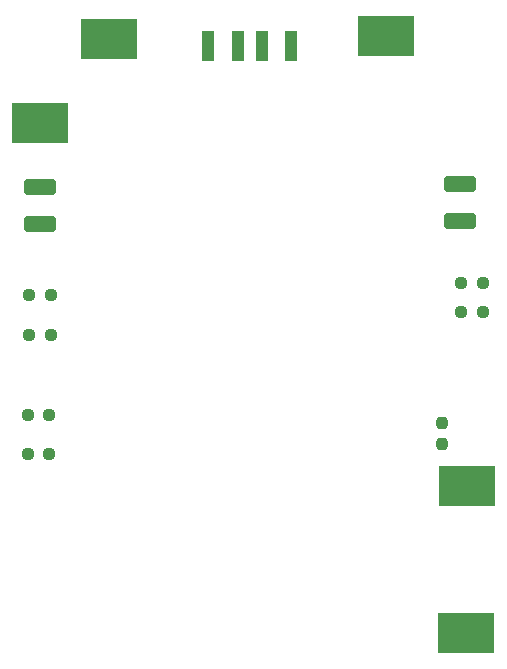
<source format=gtp>
%TF.GenerationSoftware,KiCad,Pcbnew,7.0.6*%
%TF.CreationDate,2024-09-24T20:19:06-04:00*%
%TF.ProjectId,ESP32_Temp_Humidity,45535033-325f-4546-956d-705f48756d69,rev?*%
%TF.SameCoordinates,Original*%
%TF.FileFunction,Paste,Top*%
%TF.FilePolarity,Positive*%
%FSLAX46Y46*%
G04 Gerber Fmt 4.6, Leading zero omitted, Abs format (unit mm)*
G04 Created by KiCad (PCBNEW 7.0.6) date 2024-09-24 20:19:06*
%MOMM*%
%LPD*%
G01*
G04 APERTURE LIST*
G04 Aperture macros list*
%AMRoundRect*
0 Rectangle with rounded corners*
0 $1 Rounding radius*
0 $2 $3 $4 $5 $6 $7 $8 $9 X,Y pos of 4 corners*
0 Add a 4 corners polygon primitive as box body*
4,1,4,$2,$3,$4,$5,$6,$7,$8,$9,$2,$3,0*
0 Add four circle primitives for the rounded corners*
1,1,$1+$1,$2,$3*
1,1,$1+$1,$4,$5*
1,1,$1+$1,$6,$7*
1,1,$1+$1,$8,$9*
0 Add four rect primitives between the rounded corners*
20,1,$1+$1,$2,$3,$4,$5,0*
20,1,$1+$1,$4,$5,$6,$7,0*
20,1,$1+$1,$6,$7,$8,$9,0*
20,1,$1+$1,$8,$9,$2,$3,0*%
G04 Aperture macros list end*
%ADD10R,4.699000X3.429000*%
%ADD11R,1.100000X2.500000*%
%ADD12RoundRect,0.237500X-0.250000X-0.237500X0.250000X-0.237500X0.250000X0.237500X-0.250000X0.237500X0*%
%ADD13RoundRect,0.237500X-0.237500X0.250000X-0.237500X-0.250000X0.237500X-0.250000X0.237500X0.250000X0*%
%ADD14RoundRect,0.250000X-1.100000X0.412500X-1.100000X-0.412500X1.100000X-0.412500X1.100000X0.412500X0*%
G04 APERTURE END LIST*
D10*
%TO.C,TP5*%
X149098000Y-101219000D03*
%TD*%
%TO.C,TP4*%
X149225000Y-88773000D03*
%TD*%
%TO.C,TP3*%
X142367000Y-50673000D03*
%TD*%
%TO.C,TP2*%
X113030000Y-58039000D03*
%TD*%
%TO.C,TP1*%
X118872000Y-50927000D03*
%TD*%
D11*
%TO.C,J1*%
X127310000Y-51560000D03*
X129810000Y-51560000D03*
X131810000Y-51560000D03*
X134310000Y-51560000D03*
%TD*%
D12*
%TO.C,R2*%
X112014000Y-82804000D03*
X113839000Y-82804000D03*
%TD*%
%TO.C,R6*%
X112117500Y-72644000D03*
X113942500Y-72644000D03*
%TD*%
%TO.C,R1*%
X112014000Y-86106000D03*
X113839000Y-86106000D03*
%TD*%
%TO.C,R5*%
X112117500Y-75976000D03*
X113942500Y-75976000D03*
%TD*%
D13*
%TO.C,R3*%
X147066000Y-83415500D03*
X147066000Y-85240500D03*
%TD*%
D12*
%TO.C,R7*%
X148693500Y-71628000D03*
X150518500Y-71628000D03*
%TD*%
D14*
%TO.C,C1*%
X148590000Y-63207500D03*
X148590000Y-66332500D03*
%TD*%
%TO.C,C2*%
X113030000Y-63500000D03*
X113030000Y-66625000D03*
%TD*%
D12*
%TO.C,R8*%
X148693500Y-74064000D03*
X150518500Y-74064000D03*
%TD*%
M02*

</source>
